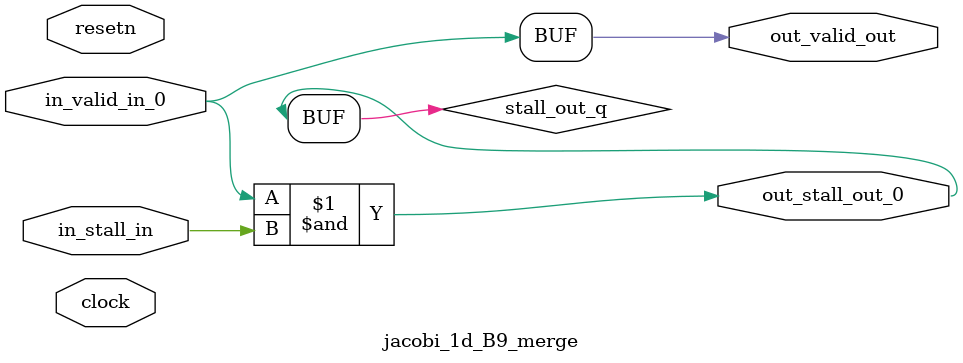
<source format=sv>



(* altera_attribute = "-name AUTO_SHIFT_REGISTER_RECOGNITION OFF; -name MESSAGE_DISABLE 10036; -name MESSAGE_DISABLE 10037; -name MESSAGE_DISABLE 14130; -name MESSAGE_DISABLE 14320; -name MESSAGE_DISABLE 15400; -name MESSAGE_DISABLE 14130; -name MESSAGE_DISABLE 10036; -name MESSAGE_DISABLE 12020; -name MESSAGE_DISABLE 12030; -name MESSAGE_DISABLE 12010; -name MESSAGE_DISABLE 12110; -name MESSAGE_DISABLE 14320; -name MESSAGE_DISABLE 13410; -name MESSAGE_DISABLE 113007; -name MESSAGE_DISABLE 10958" *)
module jacobi_1d_B9_merge (
    input wire [0:0] in_stall_in,
    input wire [0:0] in_valid_in_0,
    output wire [0:0] out_stall_out_0,
    output wire [0:0] out_valid_out,
    input wire clock,
    input wire resetn
    );

    wire [0:0] stall_out_q;


    // stall_out(LOGICAL,6)
    assign stall_out_q = in_valid_in_0 & in_stall_in;

    // out_stall_out_0(GPOUT,4)
    assign out_stall_out_0 = stall_out_q;

    // out_valid_out(GPOUT,5)
    assign out_valid_out = in_valid_in_0;

endmodule

</source>
